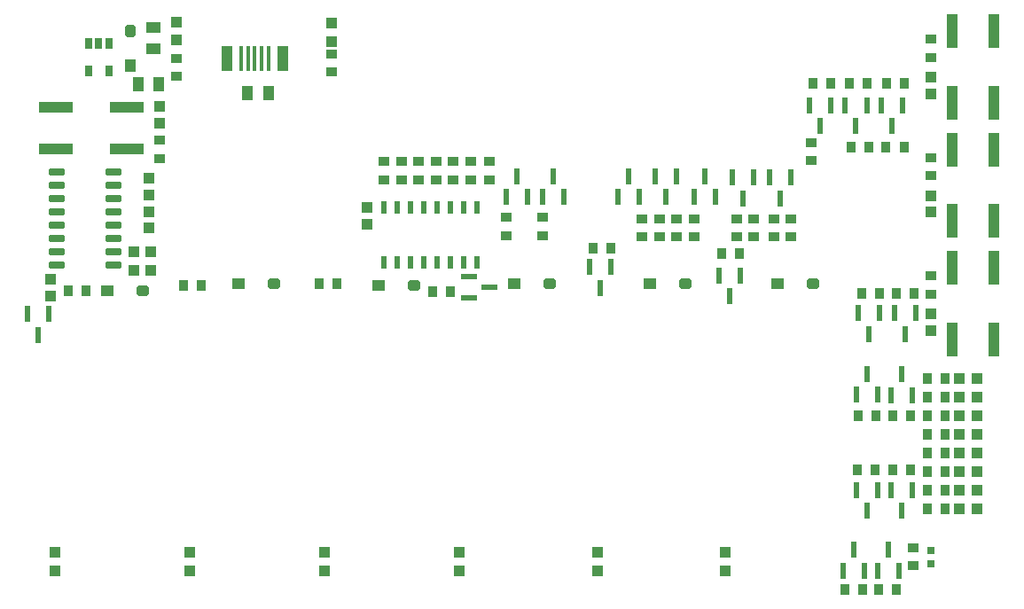
<source format=gbr>
%TF.GenerationSoftware,Altium Limited,Altium NEXUS,2.1.9 (83)*%
G04 Layer_Color=8421504*
%FSLAX44Y44*%
%MOMM*%
%TF.FileFunction,Paste,Top*%
%TF.Part,Single*%
G01*
G75*
%TA.AperFunction,SMDPad,CuDef*%
%ADD10R,0.7000X0.8000*%
%ADD11R,0.6600X1.0000*%
%TA.AperFunction,ConnectorPad*%
%ADD12R,1.1000X2.3500*%
%ADD13R,0.4000X2.3500*%
%TA.AperFunction,SMDPad,CuDef*%
%ADD14R,1.0000X1.4000*%
%ADD15R,1.0000X0.9000*%
%ADD16R,1.4000X1.0000*%
%ADD17R,0.9000X1.0000*%
%ADD18R,1.0000X1.1000*%
%ADD19R,1.0000X1.2200*%
G04:AMPARAMS|DCode=20|XSize=1mm|YSize=1.22mm|CornerRadius=0mm|HoleSize=0mm|Usage=FLASHONLY|Rotation=0.000|XOffset=0mm|YOffset=0mm|HoleType=Round|Shape=Octagon|*
%AMOCTAGOND20*
4,1,8,-0.2500,0.6100,0.2500,0.6100,0.5000,0.3600,0.5000,-0.3600,0.2500,-0.6100,-0.2500,-0.6100,-0.5000,-0.3600,-0.5000,0.3600,-0.2500,0.6100,0.0*
%
%ADD20OCTAGOND20*%

%ADD21R,3.2000X1.0000*%
%ADD22R,1.0000X1.0000*%
%ADD23R,0.6100X1.6100*%
G04:AMPARAMS|DCode=24|XSize=0.55mm|YSize=1.25mm|CornerRadius=0.0495mm|HoleSize=0mm|Usage=FLASHONLY|Rotation=180.000|XOffset=0mm|YOffset=0mm|HoleType=Round|Shape=RoundedRectangle|*
%AMROUNDEDRECTD24*
21,1,0.5500,1.1510,0,0,180.0*
21,1,0.4510,1.2500,0,0,180.0*
1,1,0.0990,-0.2255,0.5755*
1,1,0.0990,0.2255,0.5755*
1,1,0.0990,0.2255,-0.5755*
1,1,0.0990,-0.2255,-0.5755*
%
%ADD24ROUNDEDRECTD24*%
%ADD25R,1.1000X1.0000*%
%ADD26R,1.2200X1.0000*%
G04:AMPARAMS|DCode=27|XSize=1mm|YSize=1.22mm|CornerRadius=0mm|HoleSize=0mm|Usage=FLASHONLY|Rotation=270.000|XOffset=0mm|YOffset=0mm|HoleType=Round|Shape=Octagon|*
%AMOCTAGOND27*
4,1,8,0.6100,0.2500,0.6100,-0.2500,0.3600,-0.5000,-0.3600,-0.5000,-0.6100,-0.2500,-0.6100,0.2500,-0.3600,0.5000,0.3600,0.5000,0.6100,0.2500,0.0*
%
%ADD27OCTAGOND27*%

%ADD28R,1.0000X3.2000*%
%TA.AperFunction,ConnectorPad*%
%ADD29R,1.0000X3.2000*%
%TA.AperFunction,SMDPad,CuDef*%
%ADD30R,1.6100X0.6100*%
G04:AMPARAMS|DCode=31|XSize=0.6mm|YSize=1.45mm|CornerRadius=0.051mm|HoleSize=0mm|Usage=FLASHONLY|Rotation=270.000|XOffset=0mm|YOffset=0mm|HoleType=Round|Shape=RoundedRectangle|*
%AMROUNDEDRECTD31*
21,1,0.6000,1.3480,0,0,270.0*
21,1,0.4980,1.4500,0,0,270.0*
1,1,0.1020,-0.6740,-0.2490*
1,1,0.1020,-0.6740,0.2490*
1,1,0.1020,0.6740,0.2490*
1,1,0.1020,0.6740,-0.2490*
%
%ADD31ROUNDEDRECTD31*%
%ADD32R,1.0000X1.0000*%
D10*
X1256030Y307498D02*
D03*
Y295498D02*
D03*
D11*
X471018Y791764D02*
D03*
X461518D02*
D03*
X452018D02*
D03*
Y765764D02*
D03*
X471018D02*
D03*
D12*
X637162Y777494D02*
D03*
X584162D02*
D03*
D13*
X597662D02*
D03*
X604162D02*
D03*
X610662D02*
D03*
X617162D02*
D03*
X623662D02*
D03*
D14*
X623918Y744982D02*
D03*
X603918D02*
D03*
X519016Y752856D02*
D03*
X499016D02*
D03*
D15*
X683514Y781930D02*
D03*
Y764930D02*
D03*
X535940Y777866D02*
D03*
Y760866D02*
D03*
X519430Y682380D02*
D03*
Y699380D02*
D03*
X1239520Y309998D02*
D03*
Y292998D02*
D03*
X1106170Y624450D02*
D03*
Y607450D02*
D03*
X1070610Y624450D02*
D03*
Y607450D02*
D03*
X1122680Y624450D02*
D03*
Y607450D02*
D03*
X1087120Y624450D02*
D03*
Y607450D02*
D03*
X996950Y607450D02*
D03*
Y624450D02*
D03*
X1013460Y607450D02*
D03*
Y624450D02*
D03*
X834390Y679060D02*
D03*
Y662060D02*
D03*
X816610Y679060D02*
D03*
Y662060D02*
D03*
X800100Y679060D02*
D03*
Y662060D02*
D03*
X783590Y679060D02*
D03*
Y662060D02*
D03*
X767080Y679060D02*
D03*
Y662060D02*
D03*
X734060Y679060D02*
D03*
Y662060D02*
D03*
X750570Y679060D02*
D03*
Y662060D02*
D03*
X1141730Y697348D02*
D03*
Y680348D02*
D03*
X850900Y608720D02*
D03*
Y625720D02*
D03*
X885190Y608720D02*
D03*
Y625720D02*
D03*
X980186Y607450D02*
D03*
Y624450D02*
D03*
X1029970Y607450D02*
D03*
Y624450D02*
D03*
X1256030Y569840D02*
D03*
Y552840D02*
D03*
Y682870D02*
D03*
Y665870D02*
D03*
Y795900D02*
D03*
Y778900D02*
D03*
D16*
X513588Y807306D02*
D03*
Y787306D02*
D03*
D17*
X1230494Y693166D02*
D03*
X1213494D02*
D03*
X1180220D02*
D03*
X1197220D02*
D03*
X1143898Y753872D02*
D03*
X1160898D02*
D03*
X1178188D02*
D03*
X1195188D02*
D03*
X1213748D02*
D03*
X1230748D02*
D03*
X1269610Y472440D02*
D03*
X1252610D02*
D03*
X1219590Y436880D02*
D03*
X1236590D02*
D03*
X1269610Y454660D02*
D03*
X1252610D02*
D03*
X1186570Y436880D02*
D03*
X1203570D02*
D03*
X1269610D02*
D03*
X1252610D02*
D03*
X1207544Y553438D02*
D03*
X1190544D02*
D03*
X1269610Y419100D02*
D03*
X1252610D02*
D03*
X1240564Y553438D02*
D03*
X1223564D02*
D03*
X1269610Y401320D02*
D03*
X1252610D02*
D03*
X1206010Y270764D02*
D03*
X1223010D02*
D03*
X1269610Y383540D02*
D03*
X1252610D02*
D03*
X1173870Y270764D02*
D03*
X1190870D02*
D03*
X1269610Y365760D02*
D03*
X1252610D02*
D03*
X1203198Y384810D02*
D03*
X1186198D02*
D03*
X1269610Y347980D02*
D03*
X1252610D02*
D03*
X1236590Y385064D02*
D03*
X1219590D02*
D03*
X432190Y556260D02*
D03*
X449190D02*
D03*
X559680Y561340D02*
D03*
X542680D02*
D03*
X689220Y562610D02*
D03*
X672220D02*
D03*
X780678Y554990D02*
D03*
X797678D02*
D03*
X950332Y596138D02*
D03*
X933332D02*
D03*
X1073776Y591058D02*
D03*
X1056776D02*
D03*
D18*
X683514Y794140D02*
D03*
Y811140D02*
D03*
X535940Y795410D02*
D03*
Y812410D02*
D03*
X419354Y305680D02*
D03*
Y288680D02*
D03*
X548640Y305680D02*
D03*
Y288680D02*
D03*
X677164Y305680D02*
D03*
Y288680D02*
D03*
X806196Y305680D02*
D03*
Y288680D02*
D03*
X938022Y305680D02*
D03*
Y288680D02*
D03*
X1060196Y305680D02*
D03*
Y288680D02*
D03*
D19*
X491998Y770589D02*
D03*
D20*
Y804211D02*
D03*
D21*
X488660Y731200D02*
D03*
Y691200D02*
D03*
X420660D02*
D03*
Y731200D02*
D03*
D22*
X519430Y715900D02*
D03*
Y731900D02*
D03*
X717550Y635380D02*
D03*
Y619380D02*
D03*
X1256030Y533780D02*
D03*
Y517780D02*
D03*
Y646810D02*
D03*
Y630810D02*
D03*
Y759840D02*
D03*
Y743840D02*
D03*
X509270Y615570D02*
D03*
Y631570D02*
D03*
Y647320D02*
D03*
Y663320D02*
D03*
X415290Y566800D02*
D03*
Y550800D02*
D03*
D23*
X1122770Y664000D02*
D03*
X1102270D02*
D03*
X1112520Y644100D02*
D03*
X1087210Y664000D02*
D03*
X1066710D02*
D03*
X1076960Y644100D02*
D03*
X1013550Y665270D02*
D03*
X993050D02*
D03*
X1003300Y645370D02*
D03*
X1229250Y732834D02*
D03*
X1208750D02*
D03*
X1219000Y712934D02*
D03*
X1194960Y732834D02*
D03*
X1174460D02*
D03*
X1184710Y712934D02*
D03*
X1160670Y732834D02*
D03*
X1140170D02*
D03*
X1150420Y712934D02*
D03*
X850810Y645370D02*
D03*
X871310D02*
D03*
X861060Y665270D02*
D03*
X885100Y645370D02*
D03*
X905600D02*
D03*
X895350Y665270D02*
D03*
X957490Y645370D02*
D03*
X977990D02*
D03*
X967740Y665270D02*
D03*
X1029880Y645370D02*
D03*
X1050380D02*
D03*
X1040130Y665270D02*
D03*
X1218348Y456140D02*
D03*
X1238848D02*
D03*
X1228598Y476040D02*
D03*
X1185328Y456394D02*
D03*
X1205828D02*
D03*
X1195578Y476294D02*
D03*
X1207516Y534416D02*
D03*
X1187016D02*
D03*
X1197266Y514516D02*
D03*
X1241642Y534460D02*
D03*
X1221142D02*
D03*
X1231392Y514560D02*
D03*
X1205394Y288500D02*
D03*
X1225894D02*
D03*
X1215644Y308400D02*
D03*
X1172374Y288500D02*
D03*
X1192874D02*
D03*
X1182624Y308400D02*
D03*
X1205574Y365550D02*
D03*
X1185074D02*
D03*
X1195324Y345650D02*
D03*
X1238594Y365550D02*
D03*
X1218094D02*
D03*
X1228344Y345650D02*
D03*
X414110Y533444D02*
D03*
X393610D02*
D03*
X403860Y513544D02*
D03*
X950648Y578358D02*
D03*
X930148D02*
D03*
X940398Y558458D02*
D03*
X1074002Y570274D02*
D03*
X1053502D02*
D03*
X1063752Y550374D02*
D03*
D24*
X822960Y635850D02*
D03*
X810260D02*
D03*
X797560D02*
D03*
X784860D02*
D03*
X772160D02*
D03*
X759460D02*
D03*
X746760D02*
D03*
X734060D02*
D03*
X822960Y583350D02*
D03*
X810260D02*
D03*
X797560D02*
D03*
X784860D02*
D03*
X772160D02*
D03*
X759460D02*
D03*
X746760D02*
D03*
X734060D02*
D03*
D25*
X1283090Y472440D02*
D03*
X1300090D02*
D03*
X1283090Y454660D02*
D03*
X1300090D02*
D03*
X1283090Y436880D02*
D03*
X1300090D02*
D03*
X1283090Y419100D02*
D03*
X1300090D02*
D03*
X1283090Y401320D02*
D03*
X1300090D02*
D03*
X1283090Y383540D02*
D03*
X1300090D02*
D03*
X1283090Y365760D02*
D03*
X1300090D02*
D03*
X1283090Y347980D02*
D03*
X1300090D02*
D03*
D26*
X469599Y556260D02*
D03*
X595329Y562610D02*
D03*
X728679Y561340D02*
D03*
X858219Y562610D02*
D03*
X987759D02*
D03*
X1109679D02*
D03*
D27*
X503221Y556260D02*
D03*
X628951Y562610D02*
D03*
X762301Y561340D02*
D03*
X891841Y562610D02*
D03*
X1021381D02*
D03*
X1143301D02*
D03*
D28*
X1316670Y509560D02*
D03*
X1276670D02*
D03*
Y577560D02*
D03*
X1316670D02*
D03*
Y622590D02*
D03*
X1276670D02*
D03*
Y690590D02*
D03*
X1316670D02*
D03*
D29*
Y735620D02*
D03*
X1276670D02*
D03*
Y803620D02*
D03*
X1316670D02*
D03*
D30*
X814788Y569304D02*
D03*
Y548804D02*
D03*
X834688Y559054D02*
D03*
D31*
X475560Y580390D02*
D03*
Y593090D02*
D03*
Y605790D02*
D03*
Y618490D02*
D03*
Y631190D02*
D03*
Y643890D02*
D03*
Y656590D02*
D03*
Y669290D02*
D03*
X421060Y580390D02*
D03*
Y593090D02*
D03*
Y605790D02*
D03*
Y618490D02*
D03*
Y631190D02*
D03*
Y643890D02*
D03*
Y656590D02*
D03*
Y669290D02*
D03*
D32*
X510920Y575310D02*
D03*
X494920D02*
D03*
X494920Y593090D02*
D03*
X510920D02*
D03*
%TF.MD5,c6b6c4551489408df7a142cda291bef4*%
M02*

</source>
